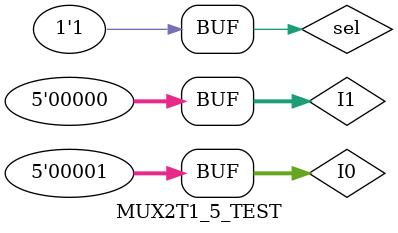
<source format=v>
`timescale 1ns / 1ps


module MUX2T1_5_TEST;

	// Inputs
	reg [4:0] I0;
	reg [4:0] I1;
	reg sel;

	// Outputs
	wire [4:0] o;

	// Instantiate the Unit Under Test (UUT)
	MUX2T1_5 uut (
		.I0(I0), 
		.I1(I1), 
		.sel(sel), 
		.o(o)
	);

	initial begin
		// Initialize Inputs
		I0 = 0;
		I1 = 0;
		sel = 0;

		// Wait 100 ns for global reset to finish
		#100;
      I0 = 1;
		I1 = 0;
		#100;
		sel=1;
		#100;
		// Add stimulus here

	end
      
endmodule


</source>
